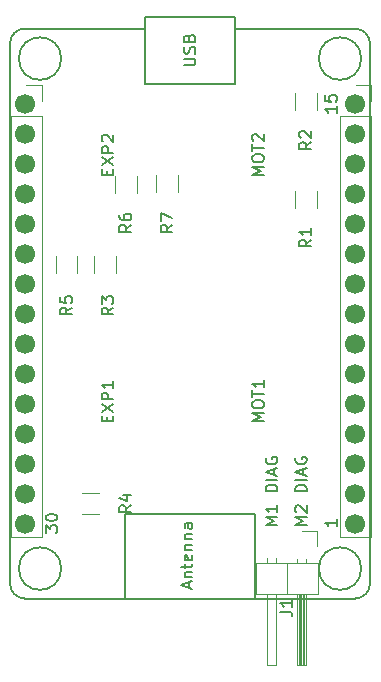
<source format=gbr>
%TF.GenerationSoftware,KiCad,Pcbnew,8.0.5*%
%TF.CreationDate,2024-09-24T01:03:51+02:00*%
%TF.ProjectId,RRF_MOT_EXP_ADAPTER,5252465f-4d4f-4545-9f45-58505f414441,rev?*%
%TF.SameCoordinates,Original*%
%TF.FileFunction,Legend,Top*%
%TF.FilePolarity,Positive*%
%FSLAX46Y46*%
G04 Gerber Fmt 4.6, Leading zero omitted, Abs format (unit mm)*
G04 Created by KiCad (PCBNEW 8.0.5) date 2024-09-24 01:03:51*
%MOMM*%
%LPD*%
G01*
G04 APERTURE LIST*
%ADD10C,0.200000*%
%ADD11C,0.150000*%
%ADD12C,0.120000*%
%ADD13C,1.700000*%
G04 APERTURE END LIST*
D10*
X134834748Y-77591853D02*
X133834748Y-77591853D01*
X133834748Y-77591853D02*
X134549033Y-77258520D01*
X134549033Y-77258520D02*
X133834748Y-76925187D01*
X133834748Y-76925187D02*
X134834748Y-76925187D01*
X133929986Y-76496615D02*
X133882367Y-76448996D01*
X133882367Y-76448996D02*
X133834748Y-76353758D01*
X133834748Y-76353758D02*
X133834748Y-76115663D01*
X133834748Y-76115663D02*
X133882367Y-76020425D01*
X133882367Y-76020425D02*
X133929986Y-75972806D01*
X133929986Y-75972806D02*
X134025224Y-75925187D01*
X134025224Y-75925187D02*
X134120462Y-75925187D01*
X134120462Y-75925187D02*
X134263319Y-75972806D01*
X134263319Y-75972806D02*
X134834748Y-76544234D01*
X134834748Y-76544234D02*
X134834748Y-75925187D01*
X134834748Y-74734710D02*
X133834748Y-74734710D01*
X133834748Y-74734710D02*
X133834748Y-74496615D01*
X133834748Y-74496615D02*
X133882367Y-74353758D01*
X133882367Y-74353758D02*
X133977605Y-74258520D01*
X133977605Y-74258520D02*
X134072843Y-74210901D01*
X134072843Y-74210901D02*
X134263319Y-74163282D01*
X134263319Y-74163282D02*
X134406176Y-74163282D01*
X134406176Y-74163282D02*
X134596652Y-74210901D01*
X134596652Y-74210901D02*
X134691890Y-74258520D01*
X134691890Y-74258520D02*
X134787129Y-74353758D01*
X134787129Y-74353758D02*
X134834748Y-74496615D01*
X134834748Y-74496615D02*
X134834748Y-74734710D01*
X134834748Y-73734710D02*
X133834748Y-73734710D01*
X134549033Y-73306139D02*
X134549033Y-72829949D01*
X134834748Y-73401377D02*
X133834748Y-73068044D01*
X133834748Y-73068044D02*
X134834748Y-72734711D01*
X133882367Y-71877568D02*
X133834748Y-71972806D01*
X133834748Y-71972806D02*
X133834748Y-72115663D01*
X133834748Y-72115663D02*
X133882367Y-72258520D01*
X133882367Y-72258520D02*
X133977605Y-72353758D01*
X133977605Y-72353758D02*
X134072843Y-72401377D01*
X134072843Y-72401377D02*
X134263319Y-72448996D01*
X134263319Y-72448996D02*
X134406176Y-72448996D01*
X134406176Y-72448996D02*
X134596652Y-72401377D01*
X134596652Y-72401377D02*
X134691890Y-72353758D01*
X134691890Y-72353758D02*
X134787129Y-72258520D01*
X134787129Y-72258520D02*
X134834748Y-72115663D01*
X134834748Y-72115663D02*
X134834748Y-72020425D01*
X134834748Y-72020425D02*
X134787129Y-71877568D01*
X134787129Y-71877568D02*
X134739509Y-71829949D01*
X134739509Y-71829949D02*
X134406176Y-71829949D01*
X134406176Y-71829949D02*
X134406176Y-72020425D01*
D11*
X117931009Y-68799230D02*
X117931009Y-68465897D01*
X118454819Y-68323040D02*
X118454819Y-68799230D01*
X118454819Y-68799230D02*
X117454819Y-68799230D01*
X117454819Y-68799230D02*
X117454819Y-68323040D01*
X117454819Y-67989706D02*
X118454819Y-67323040D01*
X117454819Y-67323040D02*
X118454819Y-67989706D01*
X118454819Y-66942087D02*
X117454819Y-66942087D01*
X117454819Y-66942087D02*
X117454819Y-66561135D01*
X117454819Y-66561135D02*
X117502438Y-66465897D01*
X117502438Y-66465897D02*
X117550057Y-66418278D01*
X117550057Y-66418278D02*
X117645295Y-66370659D01*
X117645295Y-66370659D02*
X117788152Y-66370659D01*
X117788152Y-66370659D02*
X117883390Y-66418278D01*
X117883390Y-66418278D02*
X117931009Y-66465897D01*
X117931009Y-66465897D02*
X117978628Y-66561135D01*
X117978628Y-66561135D02*
X117978628Y-66942087D01*
X118454819Y-65418278D02*
X118454819Y-65989706D01*
X118454819Y-65703992D02*
X117454819Y-65703992D01*
X117454819Y-65703992D02*
X117597676Y-65799230D01*
X117597676Y-65799230D02*
X117692914Y-65894468D01*
X117692914Y-65894468D02*
X117740533Y-65989706D01*
X131204819Y-47964285D02*
X130204819Y-47964285D01*
X130204819Y-47964285D02*
X130919104Y-47630952D01*
X130919104Y-47630952D02*
X130204819Y-47297619D01*
X130204819Y-47297619D02*
X131204819Y-47297619D01*
X130204819Y-46630952D02*
X130204819Y-46440476D01*
X130204819Y-46440476D02*
X130252438Y-46345238D01*
X130252438Y-46345238D02*
X130347676Y-46250000D01*
X130347676Y-46250000D02*
X130538152Y-46202381D01*
X130538152Y-46202381D02*
X130871485Y-46202381D01*
X130871485Y-46202381D02*
X131061961Y-46250000D01*
X131061961Y-46250000D02*
X131157200Y-46345238D01*
X131157200Y-46345238D02*
X131204819Y-46440476D01*
X131204819Y-46440476D02*
X131204819Y-46630952D01*
X131204819Y-46630952D02*
X131157200Y-46726190D01*
X131157200Y-46726190D02*
X131061961Y-46821428D01*
X131061961Y-46821428D02*
X130871485Y-46869047D01*
X130871485Y-46869047D02*
X130538152Y-46869047D01*
X130538152Y-46869047D02*
X130347676Y-46821428D01*
X130347676Y-46821428D02*
X130252438Y-46726190D01*
X130252438Y-46726190D02*
X130204819Y-46630952D01*
X130204819Y-45916666D02*
X130204819Y-45345238D01*
X131204819Y-45630952D02*
X130204819Y-45630952D01*
X130300057Y-45059523D02*
X130252438Y-45011904D01*
X130252438Y-45011904D02*
X130204819Y-44916666D01*
X130204819Y-44916666D02*
X130204819Y-44678571D01*
X130204819Y-44678571D02*
X130252438Y-44583333D01*
X130252438Y-44583333D02*
X130300057Y-44535714D01*
X130300057Y-44535714D02*
X130395295Y-44488095D01*
X130395295Y-44488095D02*
X130490533Y-44488095D01*
X130490533Y-44488095D02*
X130633390Y-44535714D01*
X130633390Y-44535714D02*
X131204819Y-45107142D01*
X131204819Y-45107142D02*
X131204819Y-44488095D01*
D10*
X137367219Y-42106517D02*
X137367219Y-42677945D01*
X137367219Y-42392231D02*
X136367219Y-42392231D01*
X136367219Y-42392231D02*
X136510076Y-42487469D01*
X136510076Y-42487469D02*
X136605314Y-42582707D01*
X136605314Y-42582707D02*
X136652933Y-42677945D01*
X136367219Y-41201755D02*
X136367219Y-41677945D01*
X136367219Y-41677945D02*
X136843409Y-41725564D01*
X136843409Y-41725564D02*
X136795790Y-41677945D01*
X136795790Y-41677945D02*
X136748171Y-41582707D01*
X136748171Y-41582707D02*
X136748171Y-41344612D01*
X136748171Y-41344612D02*
X136795790Y-41249374D01*
X136795790Y-41249374D02*
X136843409Y-41201755D01*
X136843409Y-41201755D02*
X136938647Y-41154136D01*
X136938647Y-41154136D02*
X137176742Y-41154136D01*
X137176742Y-41154136D02*
X137271980Y-41201755D01*
X137271980Y-41201755D02*
X137319600Y-41249374D01*
X137319600Y-41249374D02*
X137367219Y-41344612D01*
X137367219Y-41344612D02*
X137367219Y-41582707D01*
X137367219Y-41582707D02*
X137319600Y-41677945D01*
X137319600Y-41677945D02*
X137271980Y-41725564D01*
X137367219Y-77106517D02*
X137367219Y-77677945D01*
X137367219Y-77392231D02*
X136367219Y-77392231D01*
X136367219Y-77392231D02*
X136510076Y-77487469D01*
X136510076Y-77487469D02*
X136605314Y-77582707D01*
X136605314Y-77582707D02*
X136652933Y-77677945D01*
D11*
X131204819Y-68798045D02*
X130204819Y-68798045D01*
X130204819Y-68798045D02*
X130919104Y-68464712D01*
X130919104Y-68464712D02*
X130204819Y-68131379D01*
X130204819Y-68131379D02*
X131204819Y-68131379D01*
X130204819Y-67464712D02*
X130204819Y-67274236D01*
X130204819Y-67274236D02*
X130252438Y-67178998D01*
X130252438Y-67178998D02*
X130347676Y-67083760D01*
X130347676Y-67083760D02*
X130538152Y-67036141D01*
X130538152Y-67036141D02*
X130871485Y-67036141D01*
X130871485Y-67036141D02*
X131061961Y-67083760D01*
X131061961Y-67083760D02*
X131157200Y-67178998D01*
X131157200Y-67178998D02*
X131204819Y-67274236D01*
X131204819Y-67274236D02*
X131204819Y-67464712D01*
X131204819Y-67464712D02*
X131157200Y-67559950D01*
X131157200Y-67559950D02*
X131061961Y-67655188D01*
X131061961Y-67655188D02*
X130871485Y-67702807D01*
X130871485Y-67702807D02*
X130538152Y-67702807D01*
X130538152Y-67702807D02*
X130347676Y-67655188D01*
X130347676Y-67655188D02*
X130252438Y-67559950D01*
X130252438Y-67559950D02*
X130204819Y-67464712D01*
X130204819Y-66750426D02*
X130204819Y-66178998D01*
X131204819Y-66464712D02*
X130204819Y-66464712D01*
X131204819Y-65321855D02*
X131204819Y-65893283D01*
X131204819Y-65607569D02*
X130204819Y-65607569D01*
X130204819Y-65607569D02*
X130347676Y-65702807D01*
X130347676Y-65702807D02*
X130442914Y-65798045D01*
X130442914Y-65798045D02*
X130490533Y-65893283D01*
X117931009Y-47916666D02*
X117931009Y-47583333D01*
X118454819Y-47440476D02*
X118454819Y-47916666D01*
X118454819Y-47916666D02*
X117454819Y-47916666D01*
X117454819Y-47916666D02*
X117454819Y-47440476D01*
X117454819Y-47107142D02*
X118454819Y-46440476D01*
X117454819Y-46440476D02*
X118454819Y-47107142D01*
X118454819Y-46059523D02*
X117454819Y-46059523D01*
X117454819Y-46059523D02*
X117454819Y-45678571D01*
X117454819Y-45678571D02*
X117502438Y-45583333D01*
X117502438Y-45583333D02*
X117550057Y-45535714D01*
X117550057Y-45535714D02*
X117645295Y-45488095D01*
X117645295Y-45488095D02*
X117788152Y-45488095D01*
X117788152Y-45488095D02*
X117883390Y-45535714D01*
X117883390Y-45535714D02*
X117931009Y-45583333D01*
X117931009Y-45583333D02*
X117978628Y-45678571D01*
X117978628Y-45678571D02*
X117978628Y-46059523D01*
X117550057Y-45107142D02*
X117502438Y-45059523D01*
X117502438Y-45059523D02*
X117454819Y-44964285D01*
X117454819Y-44964285D02*
X117454819Y-44726190D01*
X117454819Y-44726190D02*
X117502438Y-44630952D01*
X117502438Y-44630952D02*
X117550057Y-44583333D01*
X117550057Y-44583333D02*
X117645295Y-44535714D01*
X117645295Y-44535714D02*
X117740533Y-44535714D01*
X117740533Y-44535714D02*
X117883390Y-44583333D01*
X117883390Y-44583333D02*
X118454819Y-45154761D01*
X118454819Y-45154761D02*
X118454819Y-44535714D01*
D10*
X132334748Y-77591853D02*
X131334748Y-77591853D01*
X131334748Y-77591853D02*
X132049033Y-77258520D01*
X132049033Y-77258520D02*
X131334748Y-76925187D01*
X131334748Y-76925187D02*
X132334748Y-76925187D01*
X132334748Y-75925187D02*
X132334748Y-76496615D01*
X132334748Y-76210901D02*
X131334748Y-76210901D01*
X131334748Y-76210901D02*
X131477605Y-76306139D01*
X131477605Y-76306139D02*
X131572843Y-76401377D01*
X131572843Y-76401377D02*
X131620462Y-76496615D01*
X132334748Y-74734710D02*
X131334748Y-74734710D01*
X131334748Y-74734710D02*
X131334748Y-74496615D01*
X131334748Y-74496615D02*
X131382367Y-74353758D01*
X131382367Y-74353758D02*
X131477605Y-74258520D01*
X131477605Y-74258520D02*
X131572843Y-74210901D01*
X131572843Y-74210901D02*
X131763319Y-74163282D01*
X131763319Y-74163282D02*
X131906176Y-74163282D01*
X131906176Y-74163282D02*
X132096652Y-74210901D01*
X132096652Y-74210901D02*
X132191890Y-74258520D01*
X132191890Y-74258520D02*
X132287129Y-74353758D01*
X132287129Y-74353758D02*
X132334748Y-74496615D01*
X132334748Y-74496615D02*
X132334748Y-74734710D01*
X132334748Y-73734710D02*
X131334748Y-73734710D01*
X132049033Y-73306139D02*
X132049033Y-72829949D01*
X132334748Y-73401377D02*
X131334748Y-73068044D01*
X131334748Y-73068044D02*
X132334748Y-72734711D01*
X131382367Y-71877568D02*
X131334748Y-71972806D01*
X131334748Y-71972806D02*
X131334748Y-72115663D01*
X131334748Y-72115663D02*
X131382367Y-72258520D01*
X131382367Y-72258520D02*
X131477605Y-72353758D01*
X131477605Y-72353758D02*
X131572843Y-72401377D01*
X131572843Y-72401377D02*
X131763319Y-72448996D01*
X131763319Y-72448996D02*
X131906176Y-72448996D01*
X131906176Y-72448996D02*
X132096652Y-72401377D01*
X132096652Y-72401377D02*
X132191890Y-72353758D01*
X132191890Y-72353758D02*
X132287129Y-72258520D01*
X132287129Y-72258520D02*
X132334748Y-72115663D01*
X132334748Y-72115663D02*
X132334748Y-72020425D01*
X132334748Y-72020425D02*
X132287129Y-71877568D01*
X132287129Y-71877568D02*
X132239509Y-71829949D01*
X132239509Y-71829949D02*
X131906176Y-71829949D01*
X131906176Y-71829949D02*
X131906176Y-72020425D01*
X112714191Y-78225564D02*
X112714191Y-77606517D01*
X112714191Y-77606517D02*
X113095143Y-77939850D01*
X113095143Y-77939850D02*
X113095143Y-77796993D01*
X113095143Y-77796993D02*
X113142762Y-77701755D01*
X113142762Y-77701755D02*
X113190381Y-77654136D01*
X113190381Y-77654136D02*
X113285619Y-77606517D01*
X113285619Y-77606517D02*
X113523714Y-77606517D01*
X113523714Y-77606517D02*
X113618952Y-77654136D01*
X113618952Y-77654136D02*
X113666572Y-77701755D01*
X113666572Y-77701755D02*
X113714191Y-77796993D01*
X113714191Y-77796993D02*
X113714191Y-78082707D01*
X113714191Y-78082707D02*
X113666572Y-78177945D01*
X113666572Y-78177945D02*
X113618952Y-78225564D01*
X112714191Y-76987469D02*
X112714191Y-76892231D01*
X112714191Y-76892231D02*
X112761810Y-76796993D01*
X112761810Y-76796993D02*
X112809429Y-76749374D01*
X112809429Y-76749374D02*
X112904667Y-76701755D01*
X112904667Y-76701755D02*
X113095143Y-76654136D01*
X113095143Y-76654136D02*
X113333238Y-76654136D01*
X113333238Y-76654136D02*
X113523714Y-76701755D01*
X113523714Y-76701755D02*
X113618952Y-76749374D01*
X113618952Y-76749374D02*
X113666572Y-76796993D01*
X113666572Y-76796993D02*
X113714191Y-76892231D01*
X113714191Y-76892231D02*
X113714191Y-76987469D01*
X113714191Y-76987469D02*
X113666572Y-77082707D01*
X113666572Y-77082707D02*
X113618952Y-77130326D01*
X113618952Y-77130326D02*
X113523714Y-77177945D01*
X113523714Y-77177945D02*
X113333238Y-77225564D01*
X113333238Y-77225564D02*
X113095143Y-77225564D01*
X113095143Y-77225564D02*
X112904667Y-77177945D01*
X112904667Y-77177945D02*
X112809429Y-77130326D01*
X112809429Y-77130326D02*
X112761810Y-77082707D01*
X112761810Y-77082707D02*
X112714191Y-76987469D01*
D11*
X132587348Y-84919860D02*
X133301633Y-84919860D01*
X133301633Y-84919860D02*
X133444490Y-84967479D01*
X133444490Y-84967479D02*
X133539729Y-85062717D01*
X133539729Y-85062717D02*
X133587348Y-85205574D01*
X133587348Y-85205574D02*
X133587348Y-85300812D01*
X133587348Y-83919860D02*
X133587348Y-84491288D01*
X133587348Y-84205574D02*
X132587348Y-84205574D01*
X132587348Y-84205574D02*
X132730205Y-84300812D01*
X132730205Y-84300812D02*
X132825443Y-84396050D01*
X132825443Y-84396050D02*
X132873062Y-84491288D01*
X123454819Y-52166666D02*
X122978628Y-52499999D01*
X123454819Y-52738094D02*
X122454819Y-52738094D01*
X122454819Y-52738094D02*
X122454819Y-52357142D01*
X122454819Y-52357142D02*
X122502438Y-52261904D01*
X122502438Y-52261904D02*
X122550057Y-52214285D01*
X122550057Y-52214285D02*
X122645295Y-52166666D01*
X122645295Y-52166666D02*
X122788152Y-52166666D01*
X122788152Y-52166666D02*
X122883390Y-52214285D01*
X122883390Y-52214285D02*
X122931009Y-52261904D01*
X122931009Y-52261904D02*
X122978628Y-52357142D01*
X122978628Y-52357142D02*
X122978628Y-52738094D01*
X122454819Y-51833332D02*
X122454819Y-51166666D01*
X122454819Y-51166666D02*
X123454819Y-51595237D01*
X118454819Y-59166666D02*
X117978628Y-59499999D01*
X118454819Y-59738094D02*
X117454819Y-59738094D01*
X117454819Y-59738094D02*
X117454819Y-59357142D01*
X117454819Y-59357142D02*
X117502438Y-59261904D01*
X117502438Y-59261904D02*
X117550057Y-59214285D01*
X117550057Y-59214285D02*
X117645295Y-59166666D01*
X117645295Y-59166666D02*
X117788152Y-59166666D01*
X117788152Y-59166666D02*
X117883390Y-59214285D01*
X117883390Y-59214285D02*
X117931009Y-59261904D01*
X117931009Y-59261904D02*
X117978628Y-59357142D01*
X117978628Y-59357142D02*
X117978628Y-59738094D01*
X117454819Y-58833332D02*
X117454819Y-58214285D01*
X117454819Y-58214285D02*
X117835771Y-58547618D01*
X117835771Y-58547618D02*
X117835771Y-58404761D01*
X117835771Y-58404761D02*
X117883390Y-58309523D01*
X117883390Y-58309523D02*
X117931009Y-58261904D01*
X117931009Y-58261904D02*
X118026247Y-58214285D01*
X118026247Y-58214285D02*
X118264342Y-58214285D01*
X118264342Y-58214285D02*
X118359580Y-58261904D01*
X118359580Y-58261904D02*
X118407200Y-58309523D01*
X118407200Y-58309523D02*
X118454819Y-58404761D01*
X118454819Y-58404761D02*
X118454819Y-58690475D01*
X118454819Y-58690475D02*
X118407200Y-58785713D01*
X118407200Y-58785713D02*
X118359580Y-58833332D01*
X135204819Y-53416666D02*
X134728628Y-53749999D01*
X135204819Y-53988094D02*
X134204819Y-53988094D01*
X134204819Y-53988094D02*
X134204819Y-53607142D01*
X134204819Y-53607142D02*
X134252438Y-53511904D01*
X134252438Y-53511904D02*
X134300057Y-53464285D01*
X134300057Y-53464285D02*
X134395295Y-53416666D01*
X134395295Y-53416666D02*
X134538152Y-53416666D01*
X134538152Y-53416666D02*
X134633390Y-53464285D01*
X134633390Y-53464285D02*
X134681009Y-53511904D01*
X134681009Y-53511904D02*
X134728628Y-53607142D01*
X134728628Y-53607142D02*
X134728628Y-53988094D01*
X135204819Y-52464285D02*
X135204819Y-53035713D01*
X135204819Y-52749999D02*
X134204819Y-52749999D01*
X134204819Y-52749999D02*
X134347676Y-52845237D01*
X134347676Y-52845237D02*
X134442914Y-52940475D01*
X134442914Y-52940475D02*
X134490533Y-53035713D01*
X119954819Y-52166666D02*
X119478628Y-52499999D01*
X119954819Y-52738094D02*
X118954819Y-52738094D01*
X118954819Y-52738094D02*
X118954819Y-52357142D01*
X118954819Y-52357142D02*
X119002438Y-52261904D01*
X119002438Y-52261904D02*
X119050057Y-52214285D01*
X119050057Y-52214285D02*
X119145295Y-52166666D01*
X119145295Y-52166666D02*
X119288152Y-52166666D01*
X119288152Y-52166666D02*
X119383390Y-52214285D01*
X119383390Y-52214285D02*
X119431009Y-52261904D01*
X119431009Y-52261904D02*
X119478628Y-52357142D01*
X119478628Y-52357142D02*
X119478628Y-52738094D01*
X118954819Y-51309523D02*
X118954819Y-51499999D01*
X118954819Y-51499999D02*
X119002438Y-51595237D01*
X119002438Y-51595237D02*
X119050057Y-51642856D01*
X119050057Y-51642856D02*
X119192914Y-51738094D01*
X119192914Y-51738094D02*
X119383390Y-51785713D01*
X119383390Y-51785713D02*
X119764342Y-51785713D01*
X119764342Y-51785713D02*
X119859580Y-51738094D01*
X119859580Y-51738094D02*
X119907200Y-51690475D01*
X119907200Y-51690475D02*
X119954819Y-51595237D01*
X119954819Y-51595237D02*
X119954819Y-51404761D01*
X119954819Y-51404761D02*
X119907200Y-51309523D01*
X119907200Y-51309523D02*
X119859580Y-51261904D01*
X119859580Y-51261904D02*
X119764342Y-51214285D01*
X119764342Y-51214285D02*
X119526247Y-51214285D01*
X119526247Y-51214285D02*
X119431009Y-51261904D01*
X119431009Y-51261904D02*
X119383390Y-51309523D01*
X119383390Y-51309523D02*
X119335771Y-51404761D01*
X119335771Y-51404761D02*
X119335771Y-51595237D01*
X119335771Y-51595237D02*
X119383390Y-51690475D01*
X119383390Y-51690475D02*
X119431009Y-51738094D01*
X119431009Y-51738094D02*
X119526247Y-51785713D01*
X135204819Y-45166666D02*
X134728628Y-45499999D01*
X135204819Y-45738094D02*
X134204819Y-45738094D01*
X134204819Y-45738094D02*
X134204819Y-45357142D01*
X134204819Y-45357142D02*
X134252438Y-45261904D01*
X134252438Y-45261904D02*
X134300057Y-45214285D01*
X134300057Y-45214285D02*
X134395295Y-45166666D01*
X134395295Y-45166666D02*
X134538152Y-45166666D01*
X134538152Y-45166666D02*
X134633390Y-45214285D01*
X134633390Y-45214285D02*
X134681009Y-45261904D01*
X134681009Y-45261904D02*
X134728628Y-45357142D01*
X134728628Y-45357142D02*
X134728628Y-45738094D01*
X134300057Y-44785713D02*
X134252438Y-44738094D01*
X134252438Y-44738094D02*
X134204819Y-44642856D01*
X134204819Y-44642856D02*
X134204819Y-44404761D01*
X134204819Y-44404761D02*
X134252438Y-44309523D01*
X134252438Y-44309523D02*
X134300057Y-44261904D01*
X134300057Y-44261904D02*
X134395295Y-44214285D01*
X134395295Y-44214285D02*
X134490533Y-44214285D01*
X134490533Y-44214285D02*
X134633390Y-44261904D01*
X134633390Y-44261904D02*
X135204819Y-44833332D01*
X135204819Y-44833332D02*
X135204819Y-44214285D01*
X119954819Y-75916666D02*
X119478628Y-76249999D01*
X119954819Y-76488094D02*
X118954819Y-76488094D01*
X118954819Y-76488094D02*
X118954819Y-76107142D01*
X118954819Y-76107142D02*
X119002438Y-76011904D01*
X119002438Y-76011904D02*
X119050057Y-75964285D01*
X119050057Y-75964285D02*
X119145295Y-75916666D01*
X119145295Y-75916666D02*
X119288152Y-75916666D01*
X119288152Y-75916666D02*
X119383390Y-75964285D01*
X119383390Y-75964285D02*
X119431009Y-76011904D01*
X119431009Y-76011904D02*
X119478628Y-76107142D01*
X119478628Y-76107142D02*
X119478628Y-76488094D01*
X119288152Y-75059523D02*
X119954819Y-75059523D01*
X118907200Y-75297618D02*
X119621485Y-75535713D01*
X119621485Y-75535713D02*
X119621485Y-74916666D01*
X124855965Y-82912115D02*
X124855965Y-82435925D01*
X125141680Y-83007353D02*
X124141680Y-82674020D01*
X124141680Y-82674020D02*
X125141680Y-82340687D01*
X124475013Y-82007353D02*
X125141680Y-82007353D01*
X124570251Y-82007353D02*
X124522632Y-81959734D01*
X124522632Y-81959734D02*
X124475013Y-81864496D01*
X124475013Y-81864496D02*
X124475013Y-81721639D01*
X124475013Y-81721639D02*
X124522632Y-81626401D01*
X124522632Y-81626401D02*
X124617870Y-81578782D01*
X124617870Y-81578782D02*
X125141680Y-81578782D01*
X124475013Y-81245448D02*
X124475013Y-80864496D01*
X124141680Y-81102591D02*
X124998822Y-81102591D01*
X124998822Y-81102591D02*
X125094061Y-81054972D01*
X125094061Y-81054972D02*
X125141680Y-80959734D01*
X125141680Y-80959734D02*
X125141680Y-80864496D01*
X125094061Y-80150210D02*
X125141680Y-80245448D01*
X125141680Y-80245448D02*
X125141680Y-80435924D01*
X125141680Y-80435924D02*
X125094061Y-80531162D01*
X125094061Y-80531162D02*
X124998822Y-80578781D01*
X124998822Y-80578781D02*
X124617870Y-80578781D01*
X124617870Y-80578781D02*
X124522632Y-80531162D01*
X124522632Y-80531162D02*
X124475013Y-80435924D01*
X124475013Y-80435924D02*
X124475013Y-80245448D01*
X124475013Y-80245448D02*
X124522632Y-80150210D01*
X124522632Y-80150210D02*
X124617870Y-80102591D01*
X124617870Y-80102591D02*
X124713108Y-80102591D01*
X124713108Y-80102591D02*
X124808346Y-80578781D01*
X124475013Y-79674019D02*
X125141680Y-79674019D01*
X124570251Y-79674019D02*
X124522632Y-79626400D01*
X124522632Y-79626400D02*
X124475013Y-79531162D01*
X124475013Y-79531162D02*
X124475013Y-79388305D01*
X124475013Y-79388305D02*
X124522632Y-79293067D01*
X124522632Y-79293067D02*
X124617870Y-79245448D01*
X124617870Y-79245448D02*
X125141680Y-79245448D01*
X124475013Y-78769257D02*
X125141680Y-78769257D01*
X124570251Y-78769257D02*
X124522632Y-78721638D01*
X124522632Y-78721638D02*
X124475013Y-78626400D01*
X124475013Y-78626400D02*
X124475013Y-78483543D01*
X124475013Y-78483543D02*
X124522632Y-78388305D01*
X124522632Y-78388305D02*
X124617870Y-78340686D01*
X124617870Y-78340686D02*
X125141680Y-78340686D01*
X125141680Y-77435924D02*
X124617870Y-77435924D01*
X124617870Y-77435924D02*
X124522632Y-77483543D01*
X124522632Y-77483543D02*
X124475013Y-77578781D01*
X124475013Y-77578781D02*
X124475013Y-77769257D01*
X124475013Y-77769257D02*
X124522632Y-77864495D01*
X125094061Y-77435924D02*
X125141680Y-77531162D01*
X125141680Y-77531162D02*
X125141680Y-77769257D01*
X125141680Y-77769257D02*
X125094061Y-77864495D01*
X125094061Y-77864495D02*
X124998822Y-77912114D01*
X124998822Y-77912114D02*
X124903584Y-77912114D01*
X124903584Y-77912114D02*
X124808346Y-77864495D01*
X124808346Y-77864495D02*
X124760727Y-77769257D01*
X124760727Y-77769257D02*
X124760727Y-77531162D01*
X124760727Y-77531162D02*
X124713108Y-77435924D01*
X124391680Y-38662115D02*
X125201203Y-38662115D01*
X125201203Y-38662115D02*
X125296441Y-38614496D01*
X125296441Y-38614496D02*
X125344061Y-38566877D01*
X125344061Y-38566877D02*
X125391680Y-38471639D01*
X125391680Y-38471639D02*
X125391680Y-38281163D01*
X125391680Y-38281163D02*
X125344061Y-38185925D01*
X125344061Y-38185925D02*
X125296441Y-38138306D01*
X125296441Y-38138306D02*
X125201203Y-38090687D01*
X125201203Y-38090687D02*
X124391680Y-38090687D01*
X125344061Y-37662115D02*
X125391680Y-37519258D01*
X125391680Y-37519258D02*
X125391680Y-37281163D01*
X125391680Y-37281163D02*
X125344061Y-37185925D01*
X125344061Y-37185925D02*
X125296441Y-37138306D01*
X125296441Y-37138306D02*
X125201203Y-37090687D01*
X125201203Y-37090687D02*
X125105965Y-37090687D01*
X125105965Y-37090687D02*
X125010727Y-37138306D01*
X125010727Y-37138306D02*
X124963108Y-37185925D01*
X124963108Y-37185925D02*
X124915489Y-37281163D01*
X124915489Y-37281163D02*
X124867870Y-37471639D01*
X124867870Y-37471639D02*
X124820251Y-37566877D01*
X124820251Y-37566877D02*
X124772632Y-37614496D01*
X124772632Y-37614496D02*
X124677394Y-37662115D01*
X124677394Y-37662115D02*
X124582156Y-37662115D01*
X124582156Y-37662115D02*
X124486918Y-37614496D01*
X124486918Y-37614496D02*
X124439299Y-37566877D01*
X124439299Y-37566877D02*
X124391680Y-37471639D01*
X124391680Y-37471639D02*
X124391680Y-37233544D01*
X124391680Y-37233544D02*
X124439299Y-37090687D01*
X124867870Y-36328782D02*
X124915489Y-36185925D01*
X124915489Y-36185925D02*
X124963108Y-36138306D01*
X124963108Y-36138306D02*
X125058346Y-36090687D01*
X125058346Y-36090687D02*
X125201203Y-36090687D01*
X125201203Y-36090687D02*
X125296441Y-36138306D01*
X125296441Y-36138306D02*
X125344061Y-36185925D01*
X125344061Y-36185925D02*
X125391680Y-36281163D01*
X125391680Y-36281163D02*
X125391680Y-36662115D01*
X125391680Y-36662115D02*
X124391680Y-36662115D01*
X124391680Y-36662115D02*
X124391680Y-36328782D01*
X124391680Y-36328782D02*
X124439299Y-36233544D01*
X124439299Y-36233544D02*
X124486918Y-36185925D01*
X124486918Y-36185925D02*
X124582156Y-36138306D01*
X124582156Y-36138306D02*
X124677394Y-36138306D01*
X124677394Y-36138306D02*
X124772632Y-36185925D01*
X124772632Y-36185925D02*
X124820251Y-36233544D01*
X124820251Y-36233544D02*
X124867870Y-36328782D01*
X124867870Y-36328782D02*
X124867870Y-36662115D01*
X114954819Y-59166666D02*
X114478628Y-59499999D01*
X114954819Y-59738094D02*
X113954819Y-59738094D01*
X113954819Y-59738094D02*
X113954819Y-59357142D01*
X113954819Y-59357142D02*
X114002438Y-59261904D01*
X114002438Y-59261904D02*
X114050057Y-59214285D01*
X114050057Y-59214285D02*
X114145295Y-59166666D01*
X114145295Y-59166666D02*
X114288152Y-59166666D01*
X114288152Y-59166666D02*
X114383390Y-59214285D01*
X114383390Y-59214285D02*
X114431009Y-59261904D01*
X114431009Y-59261904D02*
X114478628Y-59357142D01*
X114478628Y-59357142D02*
X114478628Y-59738094D01*
X113954819Y-58261904D02*
X113954819Y-58738094D01*
X113954819Y-58738094D02*
X114431009Y-58785713D01*
X114431009Y-58785713D02*
X114383390Y-58738094D01*
X114383390Y-58738094D02*
X114335771Y-58642856D01*
X114335771Y-58642856D02*
X114335771Y-58404761D01*
X114335771Y-58404761D02*
X114383390Y-58309523D01*
X114383390Y-58309523D02*
X114431009Y-58261904D01*
X114431009Y-58261904D02*
X114526247Y-58214285D01*
X114526247Y-58214285D02*
X114764342Y-58214285D01*
X114764342Y-58214285D02*
X114859580Y-58261904D01*
X114859580Y-58261904D02*
X114907200Y-58309523D01*
X114907200Y-58309523D02*
X114954819Y-58404761D01*
X114954819Y-58404761D02*
X114954819Y-58642856D01*
X114954819Y-58642856D02*
X114907200Y-58738094D01*
X114907200Y-58738094D02*
X114859580Y-58785713D01*
D12*
%TO.C,J1*%
X130537529Y-80776527D02*
X130537529Y-83436527D01*
X130537529Y-83436527D02*
X135737529Y-83436527D01*
X131487529Y-80379456D02*
X131487529Y-80776527D01*
X131487529Y-89436527D02*
X131487529Y-83436527D01*
X132247529Y-80379456D02*
X132247529Y-80776527D01*
X132247529Y-83436527D02*
X132247529Y-89436527D01*
X132247529Y-89436527D02*
X131487529Y-89436527D01*
X133137529Y-80776527D02*
X133137529Y-83436527D01*
X134027529Y-80446527D02*
X134027529Y-80776527D01*
X134027529Y-89436527D02*
X134027529Y-83436527D01*
X134127529Y-83436527D02*
X134127529Y-89436527D01*
X134247529Y-83436527D02*
X134247529Y-89436527D01*
X134367529Y-83436527D02*
X134367529Y-89436527D01*
X134407529Y-78066527D02*
X135677529Y-78066527D01*
X134487529Y-83436527D02*
X134487529Y-89436527D01*
X134607529Y-83436527D02*
X134607529Y-89436527D01*
X134727529Y-83436527D02*
X134727529Y-89436527D01*
X134787529Y-80446527D02*
X134787529Y-80776527D01*
X134787529Y-83436527D02*
X134787529Y-89436527D01*
X134787529Y-89436527D02*
X134027529Y-89436527D01*
X135677529Y-78066527D02*
X135677529Y-79336527D01*
X135737529Y-80776527D02*
X130537529Y-80776527D01*
X135737529Y-83436527D02*
X135737529Y-80776527D01*
%TO.C,R7*%
X122090000Y-47972936D02*
X122090000Y-49427064D01*
X123910000Y-47972936D02*
X123910000Y-49427064D01*
%TO.C,R3*%
X116840000Y-54772936D02*
X116840000Y-56227064D01*
X118660000Y-54772936D02*
X118660000Y-56227064D01*
%TO.C,REF\u002A\u002A*%
X137634358Y-42949487D02*
X137634358Y-78569487D01*
X137634358Y-42949487D02*
X140294358Y-42949487D01*
X137634358Y-78569487D02*
X140294358Y-78569487D01*
X138964358Y-40349487D02*
X140294358Y-40349487D01*
X140294358Y-40349487D02*
X140294358Y-41679487D01*
X140294358Y-42949487D02*
X140294358Y-78569487D01*
%TO.C,R1*%
X133840000Y-49272936D02*
X133840000Y-50727064D01*
X135660000Y-49272936D02*
X135660000Y-50727064D01*
%TO.C,R6*%
X118590000Y-48022936D02*
X118590000Y-49477064D01*
X120410000Y-48022936D02*
X120410000Y-49477064D01*
%TO.C,R2*%
X133840000Y-42477064D02*
X133840000Y-41022936D01*
X135660000Y-42477064D02*
X135660000Y-41022936D01*
%TO.C,REF\u002A\u002A*%
X109743205Y-42949487D02*
X109743205Y-78569487D01*
X109743205Y-42949487D02*
X112403205Y-42949487D01*
X109743205Y-78569487D02*
X112403205Y-78569487D01*
X111073205Y-40349487D02*
X112403205Y-40349487D01*
X112403205Y-40349487D02*
X112403205Y-41679487D01*
X112403205Y-42949487D02*
X112403205Y-78569487D01*
%TO.C,R4*%
X115772936Y-74840000D02*
X117227064Y-74840000D01*
X115772936Y-76660000D02*
X117227064Y-76660000D01*
D11*
%TO.C,U1*%
X109696861Y-82540211D02*
X109696861Y-36820211D01*
X110956861Y-35550211D02*
X121126861Y-35550211D01*
X110966861Y-83810211D02*
X138906861Y-83810211D01*
X119436861Y-76680211D02*
X130436861Y-76680211D01*
X119436861Y-83810211D02*
X119436861Y-76680211D01*
X121136861Y-34550211D02*
X128736861Y-34550211D01*
X121136861Y-40280211D02*
X121136861Y-34550211D01*
X128736861Y-34550211D02*
X128736861Y-40280211D01*
X128736861Y-35550211D02*
X138906861Y-35550211D01*
X128736861Y-40280211D02*
X121136861Y-40280211D01*
X130436861Y-76680211D02*
X130436861Y-83810211D01*
X140176861Y-82540211D02*
X140176861Y-36820211D01*
X109696861Y-36820211D02*
G75*
G02*
X110966861Y-35550211I1270000J0D01*
G01*
X110966861Y-83810211D02*
G75*
G02*
X109696861Y-82540211I0J1270000D01*
G01*
X138906861Y-35550211D02*
G75*
G02*
X140176861Y-36820211I1J-1269999D01*
G01*
X140176861Y-82540211D02*
G75*
G02*
X138906861Y-83810211I-1269999J-1D01*
G01*
X114032912Y-38090211D02*
G75*
G02*
X110440810Y-38090211I-1796051J0D01*
G01*
X110440810Y-38090211D02*
G75*
G02*
X114032912Y-38090211I1796051J0D01*
G01*
X114032912Y-81270211D02*
G75*
G02*
X110440810Y-81270211I-1796051J0D01*
G01*
X110440810Y-81270211D02*
G75*
G02*
X114032912Y-81270211I1796051J0D01*
G01*
X139432912Y-38090211D02*
G75*
G02*
X135840810Y-38090211I-1796051J0D01*
G01*
X135840810Y-38090211D02*
G75*
G02*
X139432912Y-38090211I1796051J0D01*
G01*
X139432912Y-81270211D02*
G75*
G02*
X135840810Y-81270211I-1796051J0D01*
G01*
X135840810Y-81270211D02*
G75*
G02*
X139432912Y-81270211I1796051J0D01*
G01*
D12*
%TO.C,R5*%
X113590000Y-54772936D02*
X113590000Y-56227064D01*
X115410000Y-54772936D02*
X115410000Y-56227064D01*
%TD*%
D13*
%TO.C,U1*%
X138906861Y-77460211D03*
X138906861Y-74920211D03*
X138906861Y-72380211D03*
X138906861Y-69840211D03*
X138906861Y-67300211D03*
X138906861Y-64760211D03*
X138906861Y-62220211D03*
X138906861Y-59680211D03*
X138906861Y-57140211D03*
X138906861Y-54600211D03*
X138906861Y-52060211D03*
X138906861Y-49520211D03*
X138906861Y-46980211D03*
X138906861Y-44440211D03*
X138906861Y-41900211D03*
X110966861Y-41900211D03*
X110966861Y-44440211D03*
X110966861Y-46980211D03*
X110966861Y-49520211D03*
X110966861Y-52060211D03*
X110966861Y-54600211D03*
X110966861Y-57140211D03*
X110966861Y-59680211D03*
X110966861Y-62220211D03*
X110966861Y-64760211D03*
X110966861Y-67300211D03*
X110966861Y-69840211D03*
X110966861Y-72380211D03*
X110966861Y-74920211D03*
X110966861Y-77460211D03*
%TD*%
M02*

</source>
